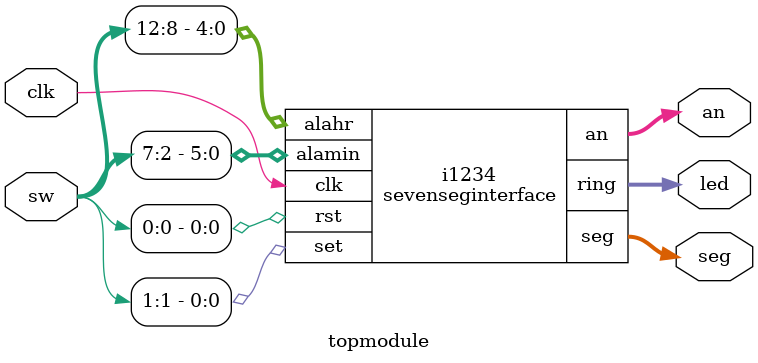
<source format=v>
`timescale 1ns / 1ps





module alarm(clk,rst,set,alahr,alamin,H,M,S,ring);
input set,clk,rst;
input [4:0]alahr;
input [5:0]alamin;
output reg [2:0]ring=3'b000;
output[4:0]H;
output [5:0]M;
output [5:0]S;
Clock Q1(clk,rst,H,M,S);
always@(posedge clk)
begin
if(alahr==H && alamin==M && set==1'b1)
ring=3'b111;
else if(set==1'b0)
ring=3'b000;
else
ring=ring;
end
endmodule


module Clock(clk,rst,H,M,S);
input clk,rst;
output [5:0]M;
output [5:0]S;
output [4:0]H;
reg [4:0]H;
reg [5:0]M;
reg [5:0]S;
wire clkout;
clockdivider C1234(clk,clkout);
always@(posedge clkout or posedge rst)
begin
if(rst==1'b1)
begin
S=6'b000000;
M=6'b000000;
H=5'b00000;
end
else if(clkout==1'b1)begin
S=S+1'b1;
if(S==6'b111100)begin
M=M+1'b1;
S=6'b000000;
if(M==6'b111100)begin
H=H+1'b1;
M=6'b000000;
if(H==5'b11000)begin
H=5'b00000;
end
end
end
end
end
endmodule


module SevenSeg(clk,data,an,seg);
input clk;
input [63:0]data;
output reg[7:0]an,seg;
reg[19:0]counter=0;

always@(posedge clk)
counter=counter+1;

always@(counter)
begin
case(counter[19:17])
3'b000:begin
seg=data[7:0];
an=8'b11111110;
end
3'b001:begin
seg=data[15:8];
an=8'b11111101;
end
3'b010:begin
seg=data[23:16];
an=8'b11111011;
end
3'b011:begin
seg=data[31:24];
an=8'b11110111;
end
3'b100:begin
seg=data[39:32];
an=8'b11101111;
end
3'b101:begin
seg=data[47:40];
an=8'b11011111;
end
3'b110:begin
seg=data[55:48];
an=8'b10111111;
end
3'b111:begin
seg=data[63:56];
an=8'b01111111;
end
endcase
end
endmodule


module sevenseginterface(clk,alahr,alamin,rst,set,seg,an,ring);
input clk,rst,set;
input [5:0]alamin;
input [4:0]alahr;
output [7:0]seg,an;
output [2:0]ring;
wire [4:0]H;
wire [5:0]M,S;
reg [63:0]data;
wire [7:0]A[9:0];
reg [7:0]P,Q,R,L;
assign A[0]=8'hC0;
assign A[1]=8'hF9;
assign A[2]=8'hA4;
assign A[3]=8'hB0;
assign A[4]=8'h99;
assign A[5]=8'h92;
assign A[6]=8'h82;
assign A[7]=8'hF8;
assign A[8]=8'h80;
assign A[9]=8'h90;
alarm ala(clk,rst,set,alahr,alamin,H,M,S,ring);
always@(*)
begin
P={3'b000,H};
Q={2'b00,M};
R={3'b000,alahr};
L={2'b00,alamin};
data={A[P/10],A[P%10],A[Q/10],A[Q%10],A[R/10],A[R%10],A[L/10],A[L%10]};
end
SevenSeg s123(clk,data,an,seg);
endmodule


module clockdivider(clk,clkout);
input clk;
output reg clkout;
integer counter;
initial
begin
clkout=0;
counter=0;
end
always@(posedge clk)
begin
if(counter>=50000000-1)
begin
clkout=~clkout;
counter=0;
end
else
counter=counter+1;
end
endmodule


module topmodule(seg,an,sw,clk,led);
input [12:0]sw;
input clk;
output [7:0]seg,an;
output [2:0]led;
sevenseginterface i1234(clk,sw[12:8],sw[7:2],sw[0],sw[1],seg,an,led);
endmodule


</source>
